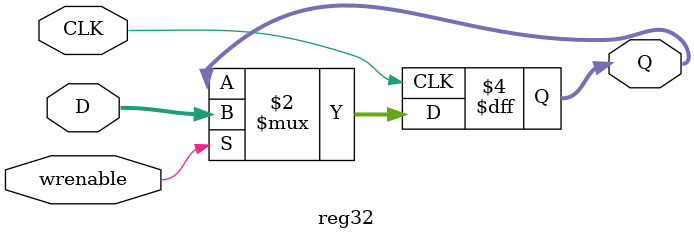
<source format=v>
module reg32
(
output reg[0:31] Q,
input[0:31]   D,
input		wrenable,
input		CLK
);
  always @(posedge CLK)begin
    if (wrenable)begin
      Q <= D;
    end
  end

endmodule // reg32

</source>
